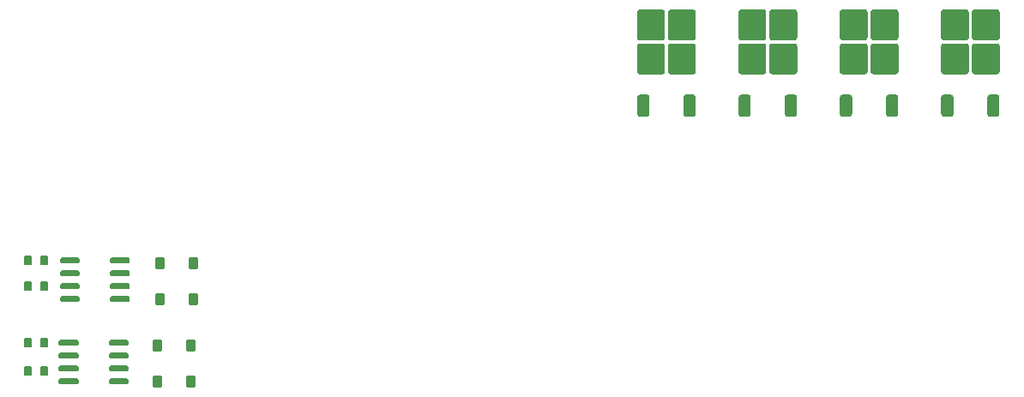
<source format=gtp>
G04 #@! TF.GenerationSoftware,KiCad,Pcbnew,8.0.9-8.0.9-0~ubuntu24.04.1*
G04 #@! TF.CreationDate,2025-06-27T01:07:59+00:00*
G04 #@! TF.ProjectId,EP91Starlet,45503931-5374-4617-926c-65742e6b6963,rev?*
G04 #@! TF.SameCoordinates,Original*
G04 #@! TF.FileFunction,Paste,Top*
G04 #@! TF.FilePolarity,Positive*
%FSLAX46Y46*%
G04 Gerber Fmt 4.6, Leading zero omitted, Abs format (unit mm)*
G04 Created by KiCad (PCBNEW 8.0.9-8.0.9-0~ubuntu24.04.1) date 2025-06-27 01:07:59*
%MOMM*%
%LPD*%
G01*
G04 APERTURE LIST*
G04 APERTURE END LIST*
G04 #@! TO.C,D1*
G36*
G01*
X18192000Y46662000D02*
X18192000Y45642000D01*
G75*
G02*
X18102000Y45552000I-90000J0D01*
G01*
X17382000Y45552000D01*
G75*
G02*
X17292000Y45642000I0J90000D01*
G01*
X17292000Y46662000D01*
G75*
G02*
X17382000Y46752000I90000J0D01*
G01*
X18102000Y46752000D01*
G75*
G02*
X18192000Y46662000I0J-90000D01*
G01*
G37*
G36*
G01*
X14892000Y46662000D02*
X14892000Y45642000D01*
G75*
G02*
X14802000Y45552000I-90000J0D01*
G01*
X14082000Y45552000D01*
G75*
G02*
X13992000Y45642000I0J90000D01*
G01*
X13992000Y46662000D01*
G75*
G02*
X14082000Y46752000I90000J0D01*
G01*
X14802000Y46752000D01*
G75*
G02*
X14892000Y46662000I0J-90000D01*
G01*
G37*
G04 #@! TD*
G04 #@! TO.C,U5*
G36*
G01*
X4829000Y54384000D02*
X4829000Y54684000D01*
G75*
G02*
X4979000Y54834000I150000J0D01*
G01*
X6629000Y54834000D01*
G75*
G02*
X6779000Y54684000I0J-150000D01*
G01*
X6779000Y54384000D01*
G75*
G02*
X6629000Y54234000I-150000J0D01*
G01*
X4979000Y54234000D01*
G75*
G02*
X4829000Y54384000I0J150000D01*
G01*
G37*
G36*
G01*
X4829000Y53114000D02*
X4829000Y53414000D01*
G75*
G02*
X4979000Y53564000I150000J0D01*
G01*
X6629000Y53564000D01*
G75*
G02*
X6779000Y53414000I0J-150000D01*
G01*
X6779000Y53114000D01*
G75*
G02*
X6629000Y52964000I-150000J0D01*
G01*
X4979000Y52964000D01*
G75*
G02*
X4829000Y53114000I0J150000D01*
G01*
G37*
G36*
G01*
X4829000Y51844000D02*
X4829000Y52144000D01*
G75*
G02*
X4979000Y52294000I150000J0D01*
G01*
X6629000Y52294000D01*
G75*
G02*
X6779000Y52144000I0J-150000D01*
G01*
X6779000Y51844000D01*
G75*
G02*
X6629000Y51694000I-150000J0D01*
G01*
X4979000Y51694000D01*
G75*
G02*
X4829000Y51844000I0J150000D01*
G01*
G37*
G36*
G01*
X4829000Y50574000D02*
X4829000Y50874000D01*
G75*
G02*
X4979000Y51024000I150000J0D01*
G01*
X6629000Y51024000D01*
G75*
G02*
X6779000Y50874000I0J-150000D01*
G01*
X6779000Y50574000D01*
G75*
G02*
X6629000Y50424000I-150000J0D01*
G01*
X4979000Y50424000D01*
G75*
G02*
X4829000Y50574000I0J150000D01*
G01*
G37*
G36*
G01*
X9779000Y50574000D02*
X9779000Y50874000D01*
G75*
G02*
X9929000Y51024000I150000J0D01*
G01*
X11579000Y51024000D01*
G75*
G02*
X11729000Y50874000I0J-150000D01*
G01*
X11729000Y50574000D01*
G75*
G02*
X11579000Y50424000I-150000J0D01*
G01*
X9929000Y50424000D01*
G75*
G02*
X9779000Y50574000I0J150000D01*
G01*
G37*
G36*
G01*
X9779000Y51844000D02*
X9779000Y52144000D01*
G75*
G02*
X9929000Y52294000I150000J0D01*
G01*
X11579000Y52294000D01*
G75*
G02*
X11729000Y52144000I0J-150000D01*
G01*
X11729000Y51844000D01*
G75*
G02*
X11579000Y51694000I-150000J0D01*
G01*
X9929000Y51694000D01*
G75*
G02*
X9779000Y51844000I0J150000D01*
G01*
G37*
G36*
G01*
X9779000Y53114000D02*
X9779000Y53414000D01*
G75*
G02*
X9929000Y53564000I150000J0D01*
G01*
X11579000Y53564000D01*
G75*
G02*
X11729000Y53414000I0J-150000D01*
G01*
X11729000Y53114000D01*
G75*
G02*
X11579000Y52964000I-150000J0D01*
G01*
X9929000Y52964000D01*
G75*
G02*
X9779000Y53114000I0J150000D01*
G01*
G37*
G36*
G01*
X9779000Y54384000D02*
X9779000Y54684000D01*
G75*
G02*
X9929000Y54834000I150000J0D01*
G01*
X11579000Y54834000D01*
G75*
G02*
X11729000Y54684000I0J-150000D01*
G01*
X11729000Y54384000D01*
G75*
G02*
X11579000Y54234000I-150000J0D01*
G01*
X9929000Y54234000D01*
G75*
G02*
X9779000Y54384000I0J150000D01*
G01*
G37*
G04 #@! TD*
G04 #@! TO.C,Q2*
G36*
G01*
X82774000Y68724000D02*
X82074000Y68724000D01*
G75*
G02*
X81824000Y68974000I0J250000D01*
G01*
X81824000Y70674000D01*
G75*
G02*
X82074000Y70924000I250000J0D01*
G01*
X82774000Y70924000D01*
G75*
G02*
X83024000Y70674000I0J-250000D01*
G01*
X83024000Y68974000D01*
G75*
G02*
X82774000Y68724000I-250000J0D01*
G01*
G37*
G36*
G01*
X84304000Y72924000D02*
X82054000Y72924000D01*
G75*
G02*
X81804000Y73174000I0J250000D01*
G01*
X81804000Y75724000D01*
G75*
G02*
X82054000Y75974000I250000J0D01*
G01*
X84304000Y75974000D01*
G75*
G02*
X84554000Y75724000I0J-250000D01*
G01*
X84554000Y73174000D01*
G75*
G02*
X84304000Y72924000I-250000J0D01*
G01*
G37*
G36*
G01*
X87354000Y72924000D02*
X85104000Y72924000D01*
G75*
G02*
X84854000Y73174000I0J250000D01*
G01*
X84854000Y75724000D01*
G75*
G02*
X85104000Y75974000I250000J0D01*
G01*
X87354000Y75974000D01*
G75*
G02*
X87604000Y75724000I0J-250000D01*
G01*
X87604000Y73174000D01*
G75*
G02*
X87354000Y72924000I-250000J0D01*
G01*
G37*
G36*
G01*
X84304000Y76274000D02*
X82054000Y76274000D01*
G75*
G02*
X81804000Y76524000I0J250000D01*
G01*
X81804000Y79074000D01*
G75*
G02*
X82054000Y79324000I250000J0D01*
G01*
X84304000Y79324000D01*
G75*
G02*
X84554000Y79074000I0J-250000D01*
G01*
X84554000Y76524000D01*
G75*
G02*
X84304000Y76274000I-250000J0D01*
G01*
G37*
G36*
G01*
X87354000Y76274000D02*
X85104000Y76274000D01*
G75*
G02*
X84854000Y76524000I0J250000D01*
G01*
X84854000Y79074000D01*
G75*
G02*
X85104000Y79324000I250000J0D01*
G01*
X87354000Y79324000D01*
G75*
G02*
X87604000Y79074000I0J-250000D01*
G01*
X87604000Y76524000D01*
G75*
G02*
X87354000Y76274000I-250000J0D01*
G01*
G37*
G36*
G01*
X87334000Y68724000D02*
X86634000Y68724000D01*
G75*
G02*
X86384000Y68974000I0J250000D01*
G01*
X86384000Y70674000D01*
G75*
G02*
X86634000Y70924000I250000J0D01*
G01*
X87334000Y70924000D01*
G75*
G02*
X87584000Y70674000I0J-250000D01*
G01*
X87584000Y68974000D01*
G75*
G02*
X87334000Y68724000I-250000J0D01*
G01*
G37*
G04 #@! TD*
G04 #@! TO.C,R5*
G36*
G01*
X1314000Y51604000D02*
X1314000Y52384000D01*
G75*
G02*
X1384000Y52454000I70000J0D01*
G01*
X1944000Y52454000D01*
G75*
G02*
X2014000Y52384000I0J-70000D01*
G01*
X2014000Y51604000D01*
G75*
G02*
X1944000Y51534000I-70000J0D01*
G01*
X1384000Y51534000D01*
G75*
G02*
X1314000Y51604000I0J70000D01*
G01*
G37*
G36*
G01*
X2914000Y51604000D02*
X2914000Y52384000D01*
G75*
G02*
X2984000Y52454000I70000J0D01*
G01*
X3544000Y52454000D01*
G75*
G02*
X3614000Y52384000I0J-70000D01*
G01*
X3614000Y51604000D01*
G75*
G02*
X3544000Y51534000I-70000J0D01*
G01*
X2984000Y51534000D01*
G75*
G02*
X2914000Y51604000I0J70000D01*
G01*
G37*
G04 #@! TD*
G04 #@! TO.C,D2*
G36*
G01*
X18192000Y43106000D02*
X18192000Y42086000D01*
G75*
G02*
X18102000Y41996000I-90000J0D01*
G01*
X17382000Y41996000D01*
G75*
G02*
X17292000Y42086000I0J90000D01*
G01*
X17292000Y43106000D01*
G75*
G02*
X17382000Y43196000I90000J0D01*
G01*
X18102000Y43196000D01*
G75*
G02*
X18192000Y43106000I0J-90000D01*
G01*
G37*
G36*
G01*
X14892000Y43106000D02*
X14892000Y42086000D01*
G75*
G02*
X14802000Y41996000I-90000J0D01*
G01*
X14082000Y41996000D01*
G75*
G02*
X13992000Y42086000I0J90000D01*
G01*
X13992000Y43106000D01*
G75*
G02*
X14082000Y43196000I90000J0D01*
G01*
X14802000Y43196000D01*
G75*
G02*
X14892000Y43106000I0J-90000D01*
G01*
G37*
G04 #@! TD*
G04 #@! TO.C,R8*
G36*
G01*
X1314000Y46016000D02*
X1314000Y46796000D01*
G75*
G02*
X1384000Y46866000I70000J0D01*
G01*
X1944000Y46866000D01*
G75*
G02*
X2014000Y46796000I0J-70000D01*
G01*
X2014000Y46016000D01*
G75*
G02*
X1944000Y45946000I-70000J0D01*
G01*
X1384000Y45946000D01*
G75*
G02*
X1314000Y46016000I0J70000D01*
G01*
G37*
G36*
G01*
X2914000Y46016000D02*
X2914000Y46796000D01*
G75*
G02*
X2984000Y46866000I70000J0D01*
G01*
X3544000Y46866000D01*
G75*
G02*
X3614000Y46796000I0J-70000D01*
G01*
X3614000Y46016000D01*
G75*
G02*
X3544000Y45946000I-70000J0D01*
G01*
X2984000Y45946000D01*
G75*
G02*
X2914000Y46016000I0J70000D01*
G01*
G37*
G04 #@! TD*
G04 #@! TO.C,Q3*
G36*
G01*
X72774000Y68724000D02*
X72074000Y68724000D01*
G75*
G02*
X71824000Y68974000I0J250000D01*
G01*
X71824000Y70674000D01*
G75*
G02*
X72074000Y70924000I250000J0D01*
G01*
X72774000Y70924000D01*
G75*
G02*
X73024000Y70674000I0J-250000D01*
G01*
X73024000Y68974000D01*
G75*
G02*
X72774000Y68724000I-250000J0D01*
G01*
G37*
G36*
G01*
X74304000Y72924000D02*
X72054000Y72924000D01*
G75*
G02*
X71804000Y73174000I0J250000D01*
G01*
X71804000Y75724000D01*
G75*
G02*
X72054000Y75974000I250000J0D01*
G01*
X74304000Y75974000D01*
G75*
G02*
X74554000Y75724000I0J-250000D01*
G01*
X74554000Y73174000D01*
G75*
G02*
X74304000Y72924000I-250000J0D01*
G01*
G37*
G36*
G01*
X77354000Y72924000D02*
X75104000Y72924000D01*
G75*
G02*
X74854000Y73174000I0J250000D01*
G01*
X74854000Y75724000D01*
G75*
G02*
X75104000Y75974000I250000J0D01*
G01*
X77354000Y75974000D01*
G75*
G02*
X77604000Y75724000I0J-250000D01*
G01*
X77604000Y73174000D01*
G75*
G02*
X77354000Y72924000I-250000J0D01*
G01*
G37*
G36*
G01*
X74304000Y76274000D02*
X72054000Y76274000D01*
G75*
G02*
X71804000Y76524000I0J250000D01*
G01*
X71804000Y79074000D01*
G75*
G02*
X72054000Y79324000I250000J0D01*
G01*
X74304000Y79324000D01*
G75*
G02*
X74554000Y79074000I0J-250000D01*
G01*
X74554000Y76524000D01*
G75*
G02*
X74304000Y76274000I-250000J0D01*
G01*
G37*
G36*
G01*
X77354000Y76274000D02*
X75104000Y76274000D01*
G75*
G02*
X74854000Y76524000I0J250000D01*
G01*
X74854000Y79074000D01*
G75*
G02*
X75104000Y79324000I250000J0D01*
G01*
X77354000Y79324000D01*
G75*
G02*
X77604000Y79074000I0J-250000D01*
G01*
X77604000Y76524000D01*
G75*
G02*
X77354000Y76274000I-250000J0D01*
G01*
G37*
G36*
G01*
X77334000Y68724000D02*
X76634000Y68724000D01*
G75*
G02*
X76384000Y68974000I0J250000D01*
G01*
X76384000Y70674000D01*
G75*
G02*
X76634000Y70924000I250000J0D01*
G01*
X77334000Y70924000D01*
G75*
G02*
X77584000Y70674000I0J-250000D01*
G01*
X77584000Y68974000D01*
G75*
G02*
X77334000Y68724000I-250000J0D01*
G01*
G37*
G04 #@! TD*
G04 #@! TO.C,R6*
G36*
G01*
X1314000Y43222000D02*
X1314000Y44002000D01*
G75*
G02*
X1384000Y44072000I70000J0D01*
G01*
X1944000Y44072000D01*
G75*
G02*
X2014000Y44002000I0J-70000D01*
G01*
X2014000Y43222000D01*
G75*
G02*
X1944000Y43152000I-70000J0D01*
G01*
X1384000Y43152000D01*
G75*
G02*
X1314000Y43222000I0J70000D01*
G01*
G37*
G36*
G01*
X2914000Y43222000D02*
X2914000Y44002000D01*
G75*
G02*
X2984000Y44072000I70000J0D01*
G01*
X3544000Y44072000D01*
G75*
G02*
X3614000Y44002000I0J-70000D01*
G01*
X3614000Y43222000D01*
G75*
G02*
X3544000Y43152000I-70000J0D01*
G01*
X2984000Y43152000D01*
G75*
G02*
X2914000Y43222000I0J70000D01*
G01*
G37*
G04 #@! TD*
G04 #@! TO.C,R7*
G36*
G01*
X1314000Y54144000D02*
X1314000Y54924000D01*
G75*
G02*
X1384000Y54994000I70000J0D01*
G01*
X1944000Y54994000D01*
G75*
G02*
X2014000Y54924000I0J-70000D01*
G01*
X2014000Y54144000D01*
G75*
G02*
X1944000Y54074000I-70000J0D01*
G01*
X1384000Y54074000D01*
G75*
G02*
X1314000Y54144000I0J70000D01*
G01*
G37*
G36*
G01*
X2914000Y54144000D02*
X2914000Y54924000D01*
G75*
G02*
X2984000Y54994000I70000J0D01*
G01*
X3544000Y54994000D01*
G75*
G02*
X3614000Y54924000I0J-70000D01*
G01*
X3614000Y54144000D01*
G75*
G02*
X3544000Y54074000I-70000J0D01*
G01*
X2984000Y54074000D01*
G75*
G02*
X2914000Y54144000I0J70000D01*
G01*
G37*
G04 #@! TD*
G04 #@! TO.C,Q1*
G36*
G01*
X92774000Y68724000D02*
X92074000Y68724000D01*
G75*
G02*
X91824000Y68974000I0J250000D01*
G01*
X91824000Y70674000D01*
G75*
G02*
X92074000Y70924000I250000J0D01*
G01*
X92774000Y70924000D01*
G75*
G02*
X93024000Y70674000I0J-250000D01*
G01*
X93024000Y68974000D01*
G75*
G02*
X92774000Y68724000I-250000J0D01*
G01*
G37*
G36*
G01*
X94304000Y72924000D02*
X92054000Y72924000D01*
G75*
G02*
X91804000Y73174000I0J250000D01*
G01*
X91804000Y75724000D01*
G75*
G02*
X92054000Y75974000I250000J0D01*
G01*
X94304000Y75974000D01*
G75*
G02*
X94554000Y75724000I0J-250000D01*
G01*
X94554000Y73174000D01*
G75*
G02*
X94304000Y72924000I-250000J0D01*
G01*
G37*
G36*
G01*
X97354000Y72924000D02*
X95104000Y72924000D01*
G75*
G02*
X94854000Y73174000I0J250000D01*
G01*
X94854000Y75724000D01*
G75*
G02*
X95104000Y75974000I250000J0D01*
G01*
X97354000Y75974000D01*
G75*
G02*
X97604000Y75724000I0J-250000D01*
G01*
X97604000Y73174000D01*
G75*
G02*
X97354000Y72924000I-250000J0D01*
G01*
G37*
G36*
G01*
X94304000Y76274000D02*
X92054000Y76274000D01*
G75*
G02*
X91804000Y76524000I0J250000D01*
G01*
X91804000Y79074000D01*
G75*
G02*
X92054000Y79324000I250000J0D01*
G01*
X94304000Y79324000D01*
G75*
G02*
X94554000Y79074000I0J-250000D01*
G01*
X94554000Y76524000D01*
G75*
G02*
X94304000Y76274000I-250000J0D01*
G01*
G37*
G36*
G01*
X97354000Y76274000D02*
X95104000Y76274000D01*
G75*
G02*
X94854000Y76524000I0J250000D01*
G01*
X94854000Y79074000D01*
G75*
G02*
X95104000Y79324000I250000J0D01*
G01*
X97354000Y79324000D01*
G75*
G02*
X97604000Y79074000I0J-250000D01*
G01*
X97604000Y76524000D01*
G75*
G02*
X97354000Y76274000I-250000J0D01*
G01*
G37*
G36*
G01*
X97334000Y68724000D02*
X96634000Y68724000D01*
G75*
G02*
X96384000Y68974000I0J250000D01*
G01*
X96384000Y70674000D01*
G75*
G02*
X96634000Y70924000I250000J0D01*
G01*
X97334000Y70924000D01*
G75*
G02*
X97584000Y70674000I0J-250000D01*
G01*
X97584000Y68974000D01*
G75*
G02*
X97334000Y68724000I-250000J0D01*
G01*
G37*
G04 #@! TD*
G04 #@! TO.C,U4*
G36*
G01*
X4705000Y46256000D02*
X4705000Y46556000D01*
G75*
G02*
X4855000Y46706000I150000J0D01*
G01*
X6505000Y46706000D01*
G75*
G02*
X6655000Y46556000I0J-150000D01*
G01*
X6655000Y46256000D01*
G75*
G02*
X6505000Y46106000I-150000J0D01*
G01*
X4855000Y46106000D01*
G75*
G02*
X4705000Y46256000I0J150000D01*
G01*
G37*
G36*
G01*
X4705000Y44986000D02*
X4705000Y45286000D01*
G75*
G02*
X4855000Y45436000I150000J0D01*
G01*
X6505000Y45436000D01*
G75*
G02*
X6655000Y45286000I0J-150000D01*
G01*
X6655000Y44986000D01*
G75*
G02*
X6505000Y44836000I-150000J0D01*
G01*
X4855000Y44836000D01*
G75*
G02*
X4705000Y44986000I0J150000D01*
G01*
G37*
G36*
G01*
X4705000Y43716000D02*
X4705000Y44016000D01*
G75*
G02*
X4855000Y44166000I150000J0D01*
G01*
X6505000Y44166000D01*
G75*
G02*
X6655000Y44016000I0J-150000D01*
G01*
X6655000Y43716000D01*
G75*
G02*
X6505000Y43566000I-150000J0D01*
G01*
X4855000Y43566000D01*
G75*
G02*
X4705000Y43716000I0J150000D01*
G01*
G37*
G36*
G01*
X4705000Y42446000D02*
X4705000Y42746000D01*
G75*
G02*
X4855000Y42896000I150000J0D01*
G01*
X6505000Y42896000D01*
G75*
G02*
X6655000Y42746000I0J-150000D01*
G01*
X6655000Y42446000D01*
G75*
G02*
X6505000Y42296000I-150000J0D01*
G01*
X4855000Y42296000D01*
G75*
G02*
X4705000Y42446000I0J150000D01*
G01*
G37*
G36*
G01*
X9655000Y42446000D02*
X9655000Y42746000D01*
G75*
G02*
X9805000Y42896000I150000J0D01*
G01*
X11455000Y42896000D01*
G75*
G02*
X11605000Y42746000I0J-150000D01*
G01*
X11605000Y42446000D01*
G75*
G02*
X11455000Y42296000I-150000J0D01*
G01*
X9805000Y42296000D01*
G75*
G02*
X9655000Y42446000I0J150000D01*
G01*
G37*
G36*
G01*
X9655000Y43716000D02*
X9655000Y44016000D01*
G75*
G02*
X9805000Y44166000I150000J0D01*
G01*
X11455000Y44166000D01*
G75*
G02*
X11605000Y44016000I0J-150000D01*
G01*
X11605000Y43716000D01*
G75*
G02*
X11455000Y43566000I-150000J0D01*
G01*
X9805000Y43566000D01*
G75*
G02*
X9655000Y43716000I0J150000D01*
G01*
G37*
G36*
G01*
X9655000Y44986000D02*
X9655000Y45286000D01*
G75*
G02*
X9805000Y45436000I150000J0D01*
G01*
X11455000Y45436000D01*
G75*
G02*
X11605000Y45286000I0J-150000D01*
G01*
X11605000Y44986000D01*
G75*
G02*
X11455000Y44836000I-150000J0D01*
G01*
X9805000Y44836000D01*
G75*
G02*
X9655000Y44986000I0J150000D01*
G01*
G37*
G36*
G01*
X9655000Y46256000D02*
X9655000Y46556000D01*
G75*
G02*
X9805000Y46706000I150000J0D01*
G01*
X11455000Y46706000D01*
G75*
G02*
X11605000Y46556000I0J-150000D01*
G01*
X11605000Y46256000D01*
G75*
G02*
X11455000Y46106000I-150000J0D01*
G01*
X9805000Y46106000D01*
G75*
G02*
X9655000Y46256000I0J150000D01*
G01*
G37*
G04 #@! TD*
G04 #@! TO.C,D3*
G36*
G01*
X18446000Y54790000D02*
X18446000Y53770000D01*
G75*
G02*
X18356000Y53680000I-90000J0D01*
G01*
X17636000Y53680000D01*
G75*
G02*
X17546000Y53770000I0J90000D01*
G01*
X17546000Y54790000D01*
G75*
G02*
X17636000Y54880000I90000J0D01*
G01*
X18356000Y54880000D01*
G75*
G02*
X18446000Y54790000I0J-90000D01*
G01*
G37*
G36*
G01*
X15146000Y54790000D02*
X15146000Y53770000D01*
G75*
G02*
X15056000Y53680000I-90000J0D01*
G01*
X14336000Y53680000D01*
G75*
G02*
X14246000Y53770000I0J90000D01*
G01*
X14246000Y54790000D01*
G75*
G02*
X14336000Y54880000I90000J0D01*
G01*
X15056000Y54880000D01*
G75*
G02*
X15146000Y54790000I0J-90000D01*
G01*
G37*
G04 #@! TD*
G04 #@! TO.C,D4*
G36*
G01*
X18446000Y51234000D02*
X18446000Y50214000D01*
G75*
G02*
X18356000Y50124000I-90000J0D01*
G01*
X17636000Y50124000D01*
G75*
G02*
X17546000Y50214000I0J90000D01*
G01*
X17546000Y51234000D01*
G75*
G02*
X17636000Y51324000I90000J0D01*
G01*
X18356000Y51324000D01*
G75*
G02*
X18446000Y51234000I0J-90000D01*
G01*
G37*
G36*
G01*
X15146000Y51234000D02*
X15146000Y50214000D01*
G75*
G02*
X15056000Y50124000I-90000J0D01*
G01*
X14336000Y50124000D01*
G75*
G02*
X14246000Y50214000I0J90000D01*
G01*
X14246000Y51234000D01*
G75*
G02*
X14336000Y51324000I90000J0D01*
G01*
X15056000Y51324000D01*
G75*
G02*
X15146000Y51234000I0J-90000D01*
G01*
G37*
G04 #@! TD*
G04 #@! TO.C,Q4*
G36*
G01*
X62774000Y68724000D02*
X62074000Y68724000D01*
G75*
G02*
X61824000Y68974000I0J250000D01*
G01*
X61824000Y70674000D01*
G75*
G02*
X62074000Y70924000I250000J0D01*
G01*
X62774000Y70924000D01*
G75*
G02*
X63024000Y70674000I0J-250000D01*
G01*
X63024000Y68974000D01*
G75*
G02*
X62774000Y68724000I-250000J0D01*
G01*
G37*
G36*
G01*
X64304000Y72924000D02*
X62054000Y72924000D01*
G75*
G02*
X61804000Y73174000I0J250000D01*
G01*
X61804000Y75724000D01*
G75*
G02*
X62054000Y75974000I250000J0D01*
G01*
X64304000Y75974000D01*
G75*
G02*
X64554000Y75724000I0J-250000D01*
G01*
X64554000Y73174000D01*
G75*
G02*
X64304000Y72924000I-250000J0D01*
G01*
G37*
G36*
G01*
X67354000Y72924000D02*
X65104000Y72924000D01*
G75*
G02*
X64854000Y73174000I0J250000D01*
G01*
X64854000Y75724000D01*
G75*
G02*
X65104000Y75974000I250000J0D01*
G01*
X67354000Y75974000D01*
G75*
G02*
X67604000Y75724000I0J-250000D01*
G01*
X67604000Y73174000D01*
G75*
G02*
X67354000Y72924000I-250000J0D01*
G01*
G37*
G36*
G01*
X64304000Y76274000D02*
X62054000Y76274000D01*
G75*
G02*
X61804000Y76524000I0J250000D01*
G01*
X61804000Y79074000D01*
G75*
G02*
X62054000Y79324000I250000J0D01*
G01*
X64304000Y79324000D01*
G75*
G02*
X64554000Y79074000I0J-250000D01*
G01*
X64554000Y76524000D01*
G75*
G02*
X64304000Y76274000I-250000J0D01*
G01*
G37*
G36*
G01*
X67354000Y76274000D02*
X65104000Y76274000D01*
G75*
G02*
X64854000Y76524000I0J250000D01*
G01*
X64854000Y79074000D01*
G75*
G02*
X65104000Y79324000I250000J0D01*
G01*
X67354000Y79324000D01*
G75*
G02*
X67604000Y79074000I0J-250000D01*
G01*
X67604000Y76524000D01*
G75*
G02*
X67354000Y76274000I-250000J0D01*
G01*
G37*
G36*
G01*
X67334000Y68724000D02*
X66634000Y68724000D01*
G75*
G02*
X66384000Y68974000I0J250000D01*
G01*
X66384000Y70674000D01*
G75*
G02*
X66634000Y70924000I250000J0D01*
G01*
X67334000Y70924000D01*
G75*
G02*
X67584000Y70674000I0J-250000D01*
G01*
X67584000Y68974000D01*
G75*
G02*
X67334000Y68724000I-250000J0D01*
G01*
G37*
G04 #@! TD*
M02*

</source>
